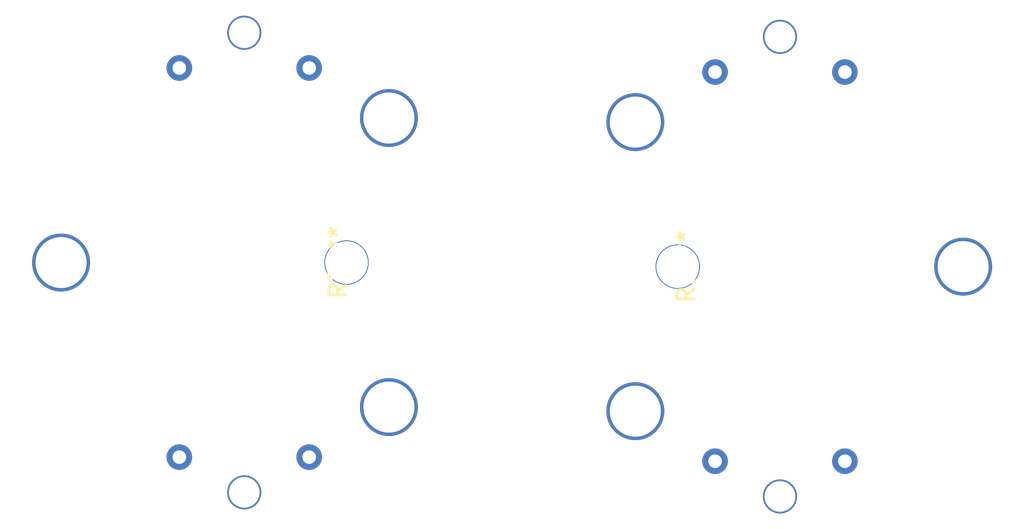
<source format=kicad_pcb>
(kicad_pcb (version 20171130) (host pcbnew 5.1.1)

  (general
    (thickness 1.6)
    (drawings 0)
    (tracks 0)
    (zones 0)
    (modules 2)
    (nets 1)
  )

  (page A4)
  (layers
    (0 F.Cu signal)
    (31 B.Cu signal)
    (32 B.Adhes user)
    (33 F.Adhes user)
    (34 B.Paste user)
    (35 F.Paste user)
    (36 B.SilkS user)
    (37 F.SilkS user)
    (38 B.Mask user)
    (39 F.Mask user)
    (40 Dwgs.User user)
    (41 Cmts.User user)
    (42 Eco1.User user)
    (43 Eco2.User user)
    (44 Edge.Cuts user)
    (45 Margin user)
    (46 B.CrtYd user)
    (47 F.CrtYd user)
    (48 B.Fab user)
    (49 F.Fab user)
  )

  (setup
    (last_trace_width 0.25)
    (trace_clearance 0.2)
    (zone_clearance 0.508)
    (zone_45_only no)
    (trace_min 0.2)
    (via_size 0.8)
    (via_drill 0.4)
    (via_min_size 0.4)
    (via_min_drill 0.3)
    (uvia_size 0.3)
    (uvia_drill 0.1)
    (uvias_allowed no)
    (uvia_min_size 0.2)
    (uvia_min_drill 0.1)
    (edge_width 0.05)
    (segment_width 0.2)
    (pcb_text_width 0.3)
    (pcb_text_size 1.5 1.5)
    (mod_edge_width 0.12)
    (mod_text_size 1 1)
    (mod_text_width 0.15)
    (pad_size 1.524 1.524)
    (pad_drill 0.762)
    (pad_to_mask_clearance 0.051)
    (solder_mask_min_width 0.25)
    (aux_axis_origin 0 0)
    (visible_elements FFFFFF7F)
    (pcbplotparams
      (layerselection 0x010fc_ffffffff)
      (usegerberextensions false)
      (usegerberattributes false)
      (usegerberadvancedattributes false)
      (creategerberjobfile false)
      (excludeedgelayer true)
      (linewidth 0.100000)
      (plotframeref false)
      (viasonmask false)
      (mode 1)
      (useauxorigin false)
      (hpglpennumber 1)
      (hpglpenspeed 20)
      (hpglpendiameter 15.000000)
      (psnegative false)
      (psa4output false)
      (plotreference true)
      (plotvalue true)
      (plotinvisibletext false)
      (padsonsilk false)
      (subtractmaskfromsilk false)
      (outputformat 1)
      (mirror false)
      (drillshape 1)
      (scaleselection 1)
      (outputdirectory ""))
  )

  (net 0 "")

  (net_class Default "This is the default net class."
    (clearance 0.2)
    (trace_width 0.25)
    (via_dia 0.8)
    (via_drill 0.4)
    (uvia_dia 0.3)
    (uvia_drill 0.1)
  )

  (module X25Stepper:x25FrontStepper (layer F.Cu) (tedit 5CC3603D) (tstamp 5CC3BBF0)
    (at 52.56 107.760003 270)
    (fp_text reference REF** (at 0 0.5 90) (layer F.SilkS)
      (effects (font (size 1 1) (thickness 0.15)))
    )
    (fp_text value x25FrontStepper (at 0 -0.5 90) (layer F.Fab)
      (effects (font (size 1 1) (thickness 0.15)))
    )
    (fp_line (start -5.7 20.25) (end 5.8 20.25) (layer F.CrtYd) (width 0.15))
    (fp_arc (start 0 6) (end 5.699999 20.25) (angle -316.5) (layer F.CrtYd) (width 0.15))
    (pad "" np_thru_hole circle (at 0 16.75 270) (size 3.4 3.4) (drill 3) (layers *.Cu *.Mask))
    (pad "" np_thru_hole circle (at -8.49 -2.49 270) (size 3.4 3.4) (drill 3) (layers *.Cu *.Mask))
    (pad "" np_thru_hole circle (at 8.49 -2.49 270) (size 3.4 3.4) (drill 3) (layers *.Cu *.Mask))
    (pad "" np_thru_hole circle (at 0 0 270) (size 2.6 2.6) (drill 2.5) (layers *.Cu *.Mask))
    (pad 2 thru_hole circle (at 11.43 9.81 270) (size 1.5 1.5) (drill 0.8) (layers *.Cu *.Mask))
    (pad 1 thru_hole circle (at 11.43 2.19 270) (size 1.5 1.5) (drill 0.8) (layers *.Cu *.Mask))
    (pad 4 thru_hole circle (at -11.43 9.81 270) (size 1.5 1.5) (drill 0.8) (layers *.Cu *.Mask))
    (pad 3 thru_hole circle (at -11.43 2.19 270) (size 1.5 1.5) (drill 0.8) (layers *.Cu *.Mask))
    (pad "" np_thru_hole circle (at 13.5 6 270) (size 2 2) (drill 1.8) (layers *.Cu *.Mask))
    (pad "" np_thru_hole circle (at -13.5 6 270) (size 2 2) (drill 1.8) (layers *.Cu *.Mask))
  )

  (module X25Stepper:x25FrontStepper (layer F.Cu) (tedit 5CC3603D) (tstamp 5CC3BAB8)
    (at 72 108 90)
    (fp_text reference REF** (at 0 0.5 90) (layer F.SilkS)
      (effects (font (size 1 1) (thickness 0.15)))
    )
    (fp_text value x25FrontStepper (at 0 -0.5 90) (layer F.Fab)
      (effects (font (size 1 1) (thickness 0.15)))
    )
    (fp_arc (start 0 6) (end 5.699999 20.25) (angle -316.5) (layer F.CrtYd) (width 0.15))
    (fp_line (start -5.7 20.25) (end 5.8 20.25) (layer F.CrtYd) (width 0.15))
    (pad "" np_thru_hole circle (at -13.5 6 90) (size 2 2) (drill 1.8) (layers *.Cu *.Mask))
    (pad "" np_thru_hole circle (at 13.5 6 90) (size 2 2) (drill 1.8) (layers *.Cu *.Mask))
    (pad 3 thru_hole circle (at -11.43 2.19 90) (size 1.5 1.5) (drill 0.8) (layers *.Cu *.Mask))
    (pad 4 thru_hole circle (at -11.43 9.81 90) (size 1.5 1.5) (drill 0.8) (layers *.Cu *.Mask))
    (pad 1 thru_hole circle (at 11.43 2.19 90) (size 1.5 1.5) (drill 0.8) (layers *.Cu *.Mask))
    (pad 2 thru_hole circle (at 11.43 9.81 90) (size 1.5 1.5) (drill 0.8) (layers *.Cu *.Mask))
    (pad "" np_thru_hole circle (at 0 0 90) (size 2.6 2.6) (drill 2.5) (layers *.Cu *.Mask))
    (pad "" np_thru_hole circle (at 8.49 -2.49 90) (size 3.4 3.4) (drill 3) (layers *.Cu *.Mask))
    (pad "" np_thru_hole circle (at -8.49 -2.49 90) (size 3.4 3.4) (drill 3) (layers *.Cu *.Mask))
    (pad "" np_thru_hole circle (at 0 16.75 90) (size 3.4 3.4) (drill 3) (layers *.Cu *.Mask))
  )

)

</source>
